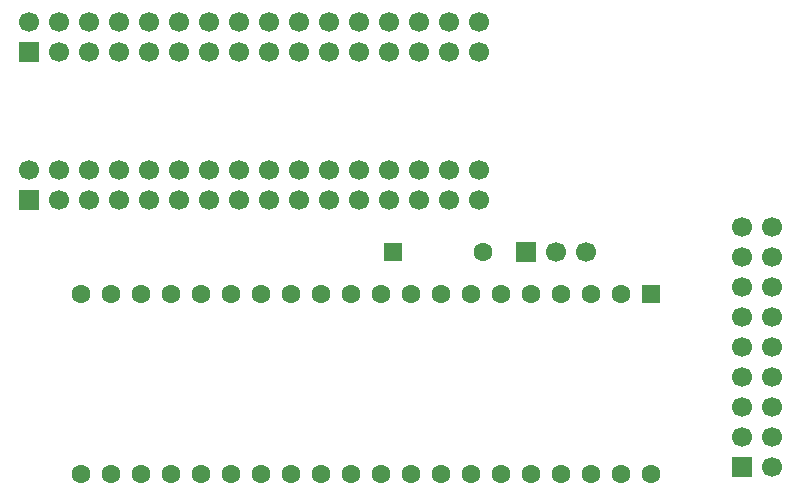
<source format=gbr>
%TF.GenerationSoftware,KiCad,Pcbnew,9.0.3*%
%TF.CreationDate,2025-09-11T22:04:48-04:00*%
%TF.ProjectId,6502-interposer,36353032-2d69-46e7-9465-72706f736572,rev?*%
%TF.SameCoordinates,Original*%
%TF.FileFunction,Soldermask,Top*%
%TF.FilePolarity,Negative*%
%FSLAX46Y46*%
G04 Gerber Fmt 4.6, Leading zero omitted, Abs format (unit mm)*
G04 Created by KiCad (PCBNEW 9.0.3) date 2025-09-11 22:04:48*
%MOMM*%
%LPD*%
G01*
G04 APERTURE LIST*
G04 Aperture macros list*
%AMRoundRect*
0 Rectangle with rounded corners*
0 $1 Rounding radius*
0 $2 $3 $4 $5 $6 $7 $8 $9 X,Y pos of 4 corners*
0 Add a 4 corners polygon primitive as box body*
4,1,4,$2,$3,$4,$5,$6,$7,$8,$9,$2,$3,0*
0 Add four circle primitives for the rounded corners*
1,1,$1+$1,$2,$3*
1,1,$1+$1,$4,$5*
1,1,$1+$1,$6,$7*
1,1,$1+$1,$8,$9*
0 Add four rect primitives between the rounded corners*
20,1,$1+$1,$2,$3,$4,$5,0*
20,1,$1+$1,$4,$5,$6,$7,0*
20,1,$1+$1,$6,$7,$8,$9,0*
20,1,$1+$1,$8,$9,$2,$3,0*%
G04 Aperture macros list end*
%ADD10C,1.600000*%
%ADD11RoundRect,0.250000X-0.550000X0.550000X-0.550000X-0.550000X0.550000X-0.550000X0.550000X0.550000X0*%
%ADD12C,1.700000*%
%ADD13R,1.700000X1.700000*%
%ADD14RoundRect,0.250000X-0.550000X-0.550000X0.550000X-0.550000X0.550000X0.550000X-0.550000X0.550000X0*%
G04 APERTURE END LIST*
D10*
%TO.C,U1*%
X100500000Y-79750000D03*
X97960000Y-79750000D03*
X95420000Y-79750000D03*
X92880000Y-79750000D03*
X90340000Y-79750000D03*
X87800000Y-79750000D03*
X85260000Y-79750000D03*
X82720000Y-79750000D03*
X80180000Y-79750000D03*
X77640000Y-79750000D03*
X75100000Y-79750000D03*
X72560000Y-79750000D03*
X70020000Y-79750000D03*
X67480000Y-79750000D03*
X64940000Y-79750000D03*
X62400000Y-79750000D03*
X59860000Y-79750000D03*
X57320000Y-79750000D03*
X54780000Y-79750000D03*
X52240000Y-79750000D03*
X52240000Y-64510000D03*
X54780000Y-64510000D03*
X57320000Y-64510000D03*
X59860000Y-64510000D03*
X62400000Y-64510000D03*
X64940000Y-64510000D03*
X67480000Y-64510000D03*
X70020000Y-64510000D03*
X72560000Y-64510000D03*
X75100000Y-64510000D03*
X77640000Y-64510000D03*
X80180000Y-64510000D03*
X82720000Y-64510000D03*
X85260000Y-64510000D03*
X87800000Y-64510000D03*
X90340000Y-64510000D03*
X92880000Y-64510000D03*
X95420000Y-64510000D03*
X97960000Y-64510000D03*
D11*
X100500000Y-64510000D03*
%TD*%
D12*
%TO.C,J1*%
X85960000Y-54000000D03*
X85960000Y-56540000D03*
X83420000Y-54000000D03*
X83420000Y-56540000D03*
X80880000Y-54000000D03*
X80880000Y-56540000D03*
X78340000Y-54000000D03*
X78340000Y-56540000D03*
X75800000Y-54000000D03*
X75800000Y-56540000D03*
X73260000Y-54000000D03*
X73260000Y-56540000D03*
X70720000Y-54000000D03*
X70720000Y-56540000D03*
X68180000Y-54000000D03*
X68180000Y-56540000D03*
X65640000Y-54000000D03*
X65640000Y-56540000D03*
X63100000Y-54000000D03*
X63100000Y-56540000D03*
X60560000Y-54000000D03*
X60560000Y-56540000D03*
X58020000Y-54000000D03*
X58020000Y-56540000D03*
X55480000Y-54000000D03*
X55480000Y-56540000D03*
X52940000Y-54000000D03*
X52940000Y-56540000D03*
X50400000Y-54000000D03*
X50400000Y-56540000D03*
X47860000Y-54000000D03*
D13*
X47860000Y-56540000D03*
%TD*%
D14*
%TO.C,D1*%
X78690000Y-61000000D03*
D10*
X86310000Y-61000000D03*
%TD*%
D13*
%TO.C,JP1*%
X89960000Y-61000000D03*
D12*
X92500000Y-61000000D03*
X95040000Y-61000000D03*
%TD*%
D13*
%TO.C,J3*%
X108210000Y-79200000D03*
D12*
X110750000Y-79200000D03*
X108210000Y-76660000D03*
X110750000Y-76660000D03*
X108210000Y-74120000D03*
X110750000Y-74120000D03*
X108210000Y-71580000D03*
X110750000Y-71580000D03*
X108210000Y-69040000D03*
X110750000Y-69040000D03*
X108210000Y-66500000D03*
X110750000Y-66500000D03*
X108210000Y-63960000D03*
X110750000Y-63960000D03*
X108210000Y-61420000D03*
X110750000Y-61420000D03*
X108210000Y-58880000D03*
X110750000Y-58880000D03*
%TD*%
%TO.C,J2*%
X50400000Y-44040000D03*
X85960000Y-41500000D03*
X85960000Y-44040000D03*
X83420000Y-41500000D03*
X83420000Y-44040000D03*
X80880000Y-41500000D03*
X80880000Y-44040000D03*
X78340000Y-41500000D03*
X78340000Y-44040000D03*
X75800000Y-41500000D03*
X75800000Y-44040000D03*
X73260000Y-41500000D03*
X73260000Y-44040000D03*
X70720000Y-41500000D03*
X70720000Y-44040000D03*
X68180000Y-41500000D03*
X68180000Y-44040000D03*
X65640000Y-41500000D03*
X65640000Y-44040000D03*
X63100000Y-41500000D03*
X63100000Y-44040000D03*
X60560000Y-41500000D03*
X60560000Y-44040000D03*
X58020000Y-41500000D03*
X58020000Y-44040000D03*
X55480000Y-41500000D03*
X55480000Y-44040000D03*
X52940000Y-41500000D03*
X52940000Y-44040000D03*
X50400000Y-41500000D03*
X47860000Y-41500000D03*
D13*
X47860000Y-44040000D03*
%TD*%
M02*

</source>
